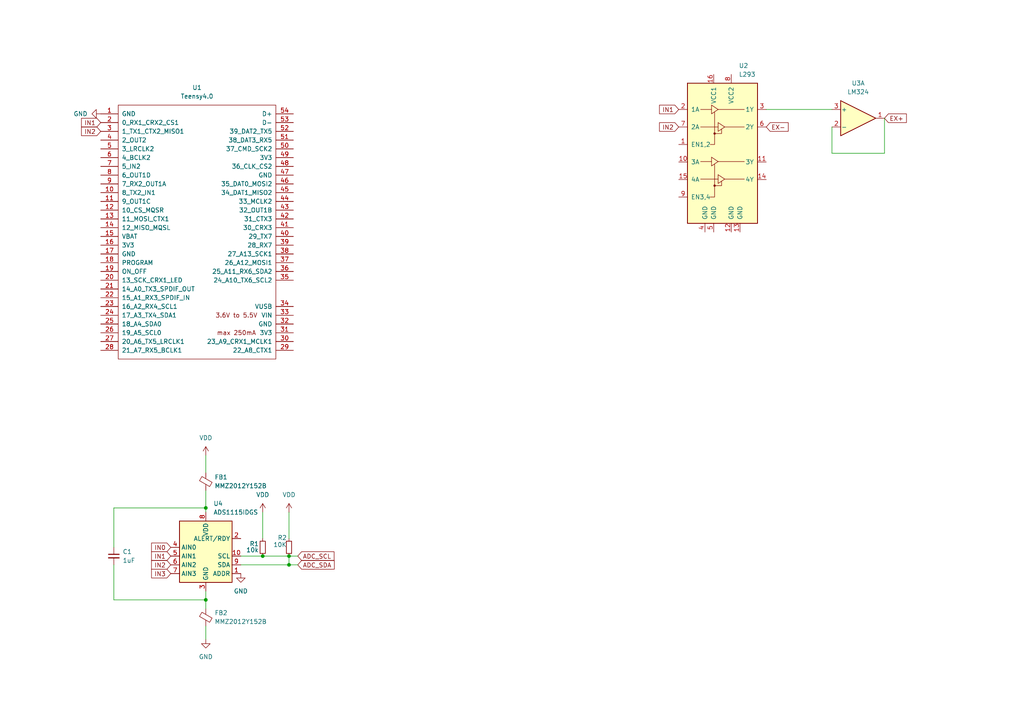
<source format=kicad_sch>
(kicad_sch (version 20231120) (generator "eeschema") (generator_version "8.0")
  (paper "A4")
  (lib_symbols
    (symbol "Amplifier_Operational:LM324" (pin_names (offset 0.127))
      (property "Reference" "U" (at 0 5.08 0))
      (property "Value" "LM324" (at 0 -5.08 0))
      (symbol "LM324_1_1"
        (polyline (pts (xy -5.08 5.08) (xy 5.08 0) (xy -5.08 -5.08) (xy -5.08 5.08)) (stroke (width 0.254)) (fill (type background)))
        (pin output line (at 7.62 0 180) (length 2.54) (name "~") (number "1"))
        (pin input line (at -7.62 -2.54 0) (length 2.54) (name "-") (number "2"))
        (pin input line (at -7.62 2.54 0) (length 2.54) (name "+") (number "3"))
      )
      (symbol "LM324_2_1"
        (polyline (pts (xy -5.08 5.08) (xy 5.08 0) (xy -5.08 -5.08) (xy -5.08 5.08)) (stroke (width 0.254)) (fill (type background)))
        (pin input line (at -7.62 2.54 0) (length 2.54) (name "+") (number "5"))
        (pin input line (at -7.62 -2.54 0) (length 2.54) (name "-") (number "6"))
        (pin output line (at 7.62 0 180) (length 2.54) (name "~") (number "7"))
      )
      (symbol "LM324_3_1"
        (polyline (pts (xy -5.08 5.08) (xy 5.08 0) (xy -5.08 -5.08) (xy -5.08 5.08)) (stroke (width 0.254)) (fill (type background)))
        (pin input line (at -7.62 2.54 0) (length 2.54) (name "+") (number "10"))
        (pin output line (at 7.62 0 180) (length 2.54) (name "~") (number "8"))
        (pin input line (at -7.62 -2.54 0) (length 2.54) (name "-") (number "9"))
      )
      (symbol "LM324_4_1"
        (polyline (pts (xy -5.08 5.08) (xy 5.08 0) (xy -5.08 -5.08) (xy -5.08 5.08)) (stroke (width 0.254)) (fill (type background)))
        (pin input line (at -7.62 2.54 0) (length 2.54) (name "+") (number "12"))
        (pin input line (at -7.62 -2.54 0) (length 2.54) (name "-") (number "13"))
        (pin output line (at 7.62 0 180) (length 2.54) (name "~") (number "14"))
      )
      (symbol "LM324_5_1"
        (pin power_in line (at -2.54 -7.62 90) (length 3.81) (name "V-") (number "11"))
        (pin power_in line (at -2.54 7.62 270) (length 3.81) (name "V+") (number "4"))
      )
    )
    (symbol "Analog_ADC:ADS1115IDGS"
      (property "Reference" "U" (at 2.54 13.97 0))
      (property "Value" "ADS1115IDGS" (at 7.62 11.43 0))
      (symbol "ADS1115IDGS_0_1"
        (rectangle (start -7.62 10.16) (end 7.62 -7.62) (stroke (width 0.254)) (fill (type background)))
      )
      (symbol "ADS1115IDGS_1_1"
        (pin input line (at 10.16 -5.08 180) (length 2.54) (name "ADDR") (number "1"))
        (pin input line (at 10.16 0 180) (length 2.54) (name "SCL") (number "10"))
        (pin output line (at 10.16 5.08 180) (length 2.54) (name "ALERT/RDY") (number "2"))
        (pin power_in line (at 0 -10.16 90) (length 2.54) (name "GND") (number "3"))
        (pin input line (at -10.16 2.54 0) (length 2.54) (name "AIN0") (number "4"))
        (pin input line (at -10.16 0 0) (length 2.54) (name "AIN1") (number "5"))
        (pin input line (at -10.16 -2.54 0) (length 2.54) (name "AIN2") (number "6"))
        (pin input line (at -10.16 -5.08 0) (length 2.54) (name "AIN3") (number "7"))
        (pin power_in line (at 0 12.7 270) (length 2.54) (name "VDD") (number "8"))
        (pin bidirectional line (at 10.16 -2.54 180) (length 2.54) (name "SDA") (number "9"))
      )
    )
    (symbol "Device:C_Small" (pin_numbers hide) (pin_names (offset 0.254) hide)
      (property "Reference" "C" (at 0.254 1.778 0))
      (property "Value" "C_Small" (at 0.254 -2.032 0))
      (symbol "C_Small_0_1"
        (polyline (pts (xy -1.524 -0.508) (xy 1.524 -0.508)) (stroke (width 0.3302)))
        (polyline (pts (xy -1.524 0.508) (xy 1.524 0.508)) (stroke (width 0.3048)))
      )
      (symbol "C_Small_1_1"
        (pin passive line (at 0 2.54 270) (length 2.032) (name "~") (number "1"))
        (pin passive line (at 0 -2.54 90) (length 2.032) (name "~") (number "2"))
      )
    )
    (symbol "Device:FerriteBead_Small" (pin_numbers hide) (pin_names (offset 0))
      (property "Reference" "FB" (at 1.905 1.27 0))
      (property "Value" "FerriteBead_Small" (at 1.905 -1.27 0))
      (symbol "FerriteBead_Small_0_1"
        (polyline (pts (xy 0 -1.27) (xy 0 -0.7874)))
        (polyline (pts (xy 0 0.889) (xy 0 1.2954)))
        (polyline (pts (xy -1.8288 0.2794) (xy -1.1176 1.4986) (xy 1.8288 -0.2032) (xy 1.1176 -1.4224) (xy -1.8288 0.2794)))
      )
      (symbol "FerriteBead_Small_1_1"
        (pin passive line (at 0 2.54 270) (length 1.27) (name "~") (number "1"))
        (pin passive line (at 0 -2.54 90) (length 1.27) (name "~") (number "2"))
      )
    )
    (symbol "Device:R_Small" (pin_numbers hide) (pin_names (offset 0.254) hide)
      (property "Reference" "R" (at 0.762 0.508 0))
      (property "Value" "R_Small" (at 0.762 -1.016 0))
      (symbol "R_Small_0_1"
        (rectangle (start -0.762 1.778) (end 0.762 -1.778) (stroke (width 0.2032)))
      )
      (symbol "R_Small_1_1"
        (pin passive line (at 0 2.54 270) (length 0.762) (name "~") (number "1"))
        (pin passive line (at 0 -2.54 90) (length 0.762) (name "~") (number "2"))
      )
    )
    (symbol "Driver_Motor:L293" (pin_names (offset 1.016))
      (property "Reference" "U" (at -5.08 26.035 0))
      (property "Value" "L293" (at -5.08 24.13 0))
      (symbol "L293_0_1"
        (rectangle (start -10.16 22.86) (end 10.16 -17.78) (stroke (width 0.254)) (fill (type background)))
        (circle (center -2.286 -6.858) (radius 0.254) (fill (type outline)))
        (circle (center -2.286 8.255) (radius 0.254) (fill (type outline)))
        (polyline (pts (xy -6.35 -4.953) (xy -1.27 -4.953)))
        (polyline (pts (xy -6.35 0.127) (xy -3.175 0.127)))
        (polyline (pts (xy -6.35 10.16) (xy -1.27 10.16)))
        (polyline (pts (xy -6.35 15.24) (xy -3.175 15.24)))
        (polyline (pts (xy -1.27 0.127) (xy 6.35 0.127)))
        (polyline (pts (xy -1.27 15.24) (xy 6.35 15.24)))
        (polyline (pts (xy 0.635 -4.953) (xy 6.35 -4.953)))
        (polyline (pts (xy 0.635 10.16) (xy 6.35 10.16)))
        (polyline (pts (xy -2.286 -6.858) (xy -0.254 -6.858) (xy -0.254 -5.588)))
        (polyline (pts (xy -2.286 -0.635) (xy -2.286 -10.16) (xy -3.556 -10.16)))
        (polyline (pts (xy -2.286 8.255) (xy -0.254 8.255) (xy -0.254 9.525)))
        (polyline (pts (xy -2.286 14.478) (xy -2.286 5.08) (xy -3.556 5.08)))
        (polyline (pts (xy -3.175 1.397) (xy -3.175 -1.143) (xy -1.27 0.127) (xy -3.175 1.397)))
        (polyline (pts (xy -3.175 16.51) (xy -3.175 13.97) (xy -1.27 15.24) (xy -3.175 16.51)))
        (polyline (pts (xy -1.27 -3.683) (xy -1.27 -6.223) (xy 0.635 -4.953) (xy -1.27 -3.683)))
        (polyline (pts (xy -1.27 11.43) (xy -1.27 8.89) (xy 0.635 10.16) (xy -1.27 11.43)))
      )
      (symbol "L293_1_1"
        (pin input line (at -12.7 5.08 0) (length 2.54) (name "EN1,2") (number "1"))
        (pin input line (at -12.7 0 0) (length 2.54) (name "3A") (number "10"))
        (pin output line (at 12.7 0 180) (length 2.54) (name "3Y") (number "11"))
        (pin power_in line (at 2.54 -20.32 90) (length 2.54) (name "GND") (number "12"))
        (pin power_in line (at 5.08 -20.32 90) (length 2.54) (name "GND") (number "13"))
        (pin output line (at 12.7 -5.08 180) (length 2.54) (name "4Y") (number "14"))
        (pin input line (at -12.7 -5.08 0) (length 2.54) (name "4A") (number "15"))
        (pin power_in line (at -2.54 25.4 270) (length 2.54) (name "VCC1") (number "16"))
        (pin input line (at -12.7 15.24 0) (length 2.54) (name "1A") (number "2"))
        (pin output line (at 12.7 15.24 180) (length 2.54) (name "1Y") (number "3"))
        (pin power_in line (at -5.08 -20.32 90) (length 2.54) (name "GND") (number "4"))
        (pin power_in line (at -2.54 -20.32 90) (length 2.54) (name "GND") (number "5"))
        (pin output line (at 12.7 10.16 180) (length 2.54) (name "2Y") (number "6"))
        (pin input line (at -12.7 10.16 0) (length 2.54) (name "2A") (number "7"))
        (pin power_in line (at 2.54 25.4 270) (length 2.54) (name "VCC2") (number "8"))
        (pin input line (at -12.7 -10.16 0) (length 2.54) (name "EN3,4") (number "9"))
      )
    )
    (symbol "power:GND" (power) (pin_names (offset 0))
      (property "Value" "GND" (at 0 -3.81 0))
      (symbol "GND_0_1"
        (polyline (pts (xy 0 0) (xy 0 -1.27) (xy 1.27 -1.27) (xy 0 -2.54) (xy -1.27 -1.27) (xy 0 -1.27)))
      )
      (symbol "GND_1_1"
        (pin power_in line (at 0 0 270) (length 0) hide (name "GND") (number "1"))
      )
    )
    (symbol "power:VDD" (power) (pin_names (offset 0))
      (property "Value" "VDD" (at 0 3.81 0))
      (symbol "VDD_0_1"
        (polyline (pts (xy -0.762 1.27) (xy 0 2.54)))
        (polyline (pts (xy 0 0) (xy 0 2.54)))
        (polyline (pts (xy 0 2.54) (xy 0.762 1.27)))
      )
      (symbol "VDD_1_1"
        (pin power_in line (at 0 0 90) (length 0) hide (name "VDD") (number "1"))
      )
    )
    (symbol "teensy:Teensy4.0" (pin_names (offset 1.016))
      (property "Reference" "U" (at 0 39.37 0))
      (property "Value" "Teensy4.0" (at 0 -39.37 0))
      (symbol "Teensy4.0_0_0"
        (text "3.6V to 5.5V" (at 11.43 -24.13 0) (effects (font (size 1.27 1.27))))
        (text "max 250mA" (at 11.43 -29.21 0) (effects (font (size 1.27 1.27))))
        (pin bidirectional line (at -27.94 11.43 0) (length 5.08) (name "8_TX2_IN1") (number "10"))
        (pin bidirectional line (at -27.94 8.89 0) (length 5.08) (name "9_OUT1C") (number "11"))
        (pin bidirectional line (at -27.94 6.35 0) (length 5.08) (name "10_CS_MQSR") (number "12"))
        (pin bidirectional line (at -27.94 3.81 0) (length 5.08) (name "11_MOSI_CTX1") (number "13"))
        (pin bidirectional line (at -27.94 1.27 0) (length 5.08) (name "12_MISO_MQSL") (number "14"))
        (pin power_in line (at -27.94 -1.27 0) (length 5.08) (name "VBAT") (number "15"))
        (pin power_in line (at -27.94 -3.81 0) (length 5.08) (name "3V3") (number "16"))
        (pin power_in line (at -27.94 -6.35 0) (length 5.08) (name "GND") (number "17"))
        (pin input line (at -27.94 -8.89 0) (length 5.08) (name "PROGRAM") (number "18"))
        (pin input line (at -27.94 -11.43 0) (length 5.08) (name "ON_OFF") (number "19"))
        (pin bidirectional line (at -27.94 -13.97 0) (length 5.08) (name "13_SCK_CRX1_LED") (number "20"))
        (pin bidirectional line (at -27.94 -16.51 0) (length 5.08) (name "14_A0_TX3_SPDIF_OUT") (number "21"))
        (pin bidirectional line (at -27.94 -19.05 0) (length 5.08) (name "15_A1_RX3_SPDIF_IN") (number "22"))
        (pin bidirectional line (at -27.94 -21.59 0) (length 5.08) (name "16_A2_RX4_SCL1") (number "23"))
        (pin bidirectional line (at -27.94 -24.13 0) (length 5.08) (name "17_A3_TX4_SDA1") (number "24"))
        (pin bidirectional line (at -27.94 -26.67 0) (length 5.08) (name "18_A4_SDA0") (number "25"))
        (pin bidirectional line (at -27.94 -29.21 0) (length 5.08) (name "19_A5_SCL0") (number "26"))
        (pin bidirectional line (at -27.94 -31.75 0) (length 5.08) (name "20_A6_TX5_LRCLK1") (number "27"))
        (pin bidirectional line (at -27.94 -34.29 0) (length 5.08) (name "21_A7_RX5_BCLK1") (number "28"))
        (pin bidirectional line (at 27.94 -34.29 180) (length 5.08) (name "22_A8_CTX1") (number "29"))
        (pin bidirectional line (at 27.94 -31.75 180) (length 5.08) (name "23_A9_CRX1_MCLK1") (number "30"))
        (pin power_out line (at 27.94 -29.21 180) (length 5.08) (name "3V3") (number "31"))
        (pin power_in line (at 27.94 -26.67 180) (length 5.08) (name "GND") (number "32"))
        (pin power_in line (at 27.94 -24.13 180) (length 5.08) (name "VIN") (number "33"))
        (pin power_out line (at 27.94 -21.59 180) (length 5.08) (name "VUSB") (number "34"))
        (pin bidirectional line (at 27.94 -13.97 180) (length 5.08) (name "24_A10_TX6_SCL2") (number "35"))
        (pin bidirectional line (at 27.94 -11.43 180) (length 5.08) (name "25_A11_RX6_SDA2") (number "36"))
        (pin bidirectional line (at 27.94 -8.89 180) (length 5.08) (name "26_A12_MOSI1") (number "37"))
        (pin bidirectional line (at 27.94 -6.35 180) (length 5.08) (name "27_A13_SCK1") (number "38"))
        (pin bidirectional line (at 27.94 -3.81 180) (length 5.08) (name "28_RX7") (number "39"))
        (pin bidirectional line (at 27.94 -1.27 180) (length 5.08) (name "29_TX7") (number "40"))
        (pin bidirectional line (at 27.94 1.27 180) (length 5.08) (name "30_CRX3") (number "41"))
        (pin bidirectional line (at 27.94 3.81 180) (length 5.08) (name "31_CTX3") (number "42"))
        (pin bidirectional line (at 27.94 6.35 180) (length 5.08) (name "32_OUT1B") (number "43"))
        (pin bidirectional line (at 27.94 8.89 180) (length 5.08) (name "33_MCLK2") (number "44"))
        (pin bidirectional line (at 27.94 11.43 180) (length 5.08) (name "34_DAT1_MISO2") (number "45"))
        (pin bidirectional line (at 27.94 13.97 180) (length 5.08) (name "35_DAT0_MOSI2") (number "46"))
        (pin power_out line (at 27.94 16.51 180) (length 5.08) (name "GND") (number "47"))
        (pin bidirectional line (at 27.94 19.05 180) (length 5.08) (name "36_CLK_CS2") (number "48"))
        (pin power_out line (at 27.94 21.59 180) (length 5.08) (name "3V3") (number "49"))
        (pin bidirectional line (at -27.94 24.13 0) (length 5.08) (name "3_LRCLK2") (number "5"))
        (pin bidirectional line (at 27.94 24.13 180) (length 5.08) (name "37_CMD_SCK2") (number "50"))
        (pin bidirectional line (at 27.94 26.67 180) (length 5.08) (name "38_DAT3_RX5") (number "51"))
        (pin bidirectional line (at 27.94 29.21 180) (length 5.08) (name "39_DAT2_TX5") (number "52"))
        (pin bidirectional line (at 27.94 31.75 180) (length 5.08) (name "D-") (number "53"))
        (pin bidirectional line (at 27.94 34.29 180) (length 5.08) (name "D+") (number "54"))
        (pin bidirectional line (at -27.94 21.59 0) (length 5.08) (name "4_BCLK2") (number "6"))
        (pin bidirectional line (at -27.94 19.05 0) (length 5.08) (name "5_IN2") (number "7"))
        (pin bidirectional line (at -27.94 16.51 0) (length 5.08) (name "6_OUT1D") (number "8"))
        (pin bidirectional line (at -27.94 13.97 0) (length 5.08) (name "7_RX2_OUT1A") (number "9"))
      )
      (symbol "Teensy4.0_0_1"
        (rectangle (start -22.86 36.83) (end 22.86 -36.83))
        (rectangle (start -20.32 -31.75) (end -20.32 -31.75))
      )
      (symbol "Teensy4.0_1_1"
        (pin power_in line (at -27.94 34.29 0) (length 5.08) (name "GND") (number "1"))
        (pin bidirectional line (at -27.94 31.75 0) (length 5.08) (name "0_RX1_CRX2_CS1") (number "2"))
        (pin bidirectional line (at -27.94 29.21 0) (length 5.08) (name "1_TX1_CTX2_MISO1") (number "3"))
        (pin bidirectional line (at -27.94 26.67 0) (length 5.08) (name "2_OUT2") (number "4"))
      )
    )
  )
  (junction (at 83.82 161.29))
  (junction (at 83.82 163.83))
  (junction (at 76.2 161.29))
  (junction (at 59.69 147.32))
  (junction (at 59.69 173.99))
  (wire (pts (xy 33.02 158.75) (xy 33.02 147.32)))
  (wire (pts (xy 59.69 173.99) (xy 59.69 176.53)))
  (wire (pts (xy 76.2 148.59) (xy 76.2 156.21)))
  (wire (pts (xy 76.2 161.29) (xy 69.85 161.29)))
  (wire (pts (xy 86.36 163.83) (xy 83.82 163.83)))
  (wire (pts (xy 59.69 171.45) (xy 59.69 173.99)))
  (wire (pts (xy 59.69 132.08) (xy 59.69 137.16)))
  (wire (pts (xy 76.2 161.29) (xy 83.82 161.29)))
  (wire (pts (xy 59.69 142.24) (xy 59.69 147.32)))
  (wire (pts (xy 33.02 163.83) (xy 33.02 173.99)))
  (wire (pts (xy 83.82 148.59) (xy 83.82 156.21)))
  (wire (pts (xy 256.54 44.45) (xy 241.3 44.45)))
  (wire (pts (xy 59.69 147.32) (xy 59.69 148.59)))
  (wire (pts (xy 33.02 147.32) (xy 59.69 147.32)))
  (wire (pts (xy 256.54 34.29) (xy 256.54 44.45)))
  (wire (pts (xy 222.25 31.75) (xy 241.3 31.75)))
  (wire (pts (xy 59.69 181.61) (xy 59.69 185.42)))
  (wire (pts (xy 241.3 36.83) (xy 241.3 44.45)))
  (wire (pts (xy 33.02 173.99) (xy 59.69 173.99)))
  (wire (pts (xy 83.82 163.83) (xy 69.85 163.83)))
  (wire (pts (xy 83.82 161.29) (xy 83.82 163.83)))
  (wire (pts (xy 83.82 161.29) (xy 86.36 161.29)))
  (global_label "EX-" (shape input) (at 222.25 36.83 0) (property "Intersheetrefs" "${INTERSHEET_REFS}" (effects (hide yes))))
  (global_label "IN1" (shape input) (at 49.53 161.29 180) (property "Intersheetrefs" "${INTERSHEET_REFS}" (effects (hide yes))))
  (global_label "ADC_SCL" (shape input) (at 86.36 161.29 0) (property "Intersheetrefs" "${INTERSHEET_REFS}" (effects (hide yes))))
  (global_label "IN1" (shape input) (at 29.21 35.56 180) (property "Intersheetrefs" "${INTERSHEET_REFS}" (effects (hide yes))))
  (global_label "IN1" (shape input) (at 196.85 31.75 180) (property "Intersheetrefs" "${INTERSHEET_REFS}" (effects (hide yes))))
  (global_label "ADC_SDA" (shape input) (at 86.36 163.83 0) (property "Intersheetrefs" "${INTERSHEET_REFS}" (effects (hide yes))))
  (global_label "EX+" (shape input) (at 256.54 34.29 0) (property "Intersheetrefs" "${INTERSHEET_REFS}" (effects (hide yes))))
  (global_label "IN3" (shape input) (at 49.53 166.37 180) (property "Intersheetrefs" "${INTERSHEET_REFS}" (effects (hide yes))))
  (global_label "IN2" (shape input) (at 29.21 38.1 180) (property "Intersheetrefs" "${INTERSHEET_REFS}" (effects (hide yes))))
  (global_label "IN2" (shape input) (at 196.85 36.83 180) (property "Intersheetrefs" "${INTERSHEET_REFS}" (effects (hide yes))))
  (global_label "IN0" (shape input) (at 49.53 158.75 180) (property "Intersheetrefs" "${INTERSHEET_REFS}" (effects (hide yes))))
  (global_label "IN2" (shape input) (at 49.53 163.83 180) (property "Intersheetrefs" "${INTERSHEET_REFS}" (effects (hide yes))))
  (symbol (lib_id "Device:R_Small") (at 76.2 158.75 0) (unit 1)
    (property "Reference" "R1" (at 72.39 157.734 0) (effects (justify left)))
    (property "Value" "10k" (at 71.374 159.512 0) (effects (justify left)))
    (property "Description" "Resistor, small symbol" (effects (hide yes)))
  )
  (symbol (lib_id "Device:FerriteBead_Small") (at 59.69 179.07 0) (unit 1)
    (property "Reference" "FB2" (at 62.23 177.7618 0) (effects (justify left)))
    (property "Value" "MMZ2012Y152B" (at 62.23 180.3018 0) (effects (justify left)))
    (property "Description" "Ferrite bead, small symbol" (effects (hide yes)))
  )
  (symbol (lib_id "power:GND") (at 59.69 185.42 0) (unit 1)
    (property "Reference" "#PWR02" (effects (hide yes)))
    (property "Value" "GND" (at 59.69 190.5 0))
    (property "Description" "Power symbol creates a global label with name \"GND\" , ground" (effects (hide yes)))
  )
  (symbol (lib_id "power:GND") (at 29.21 33.02 270) (mirror x) (unit 1)
    (property "Reference" "#PWR06" (effects (hide yes)))
    (property "Value" "GND" (at 25.4 33.0199 90) (effects (justify right)))
    (property "Description" "Power symbol creates a global label with name \"GND\" , ground" (effects (hide yes)))
  )
  (symbol (lib_id "teensy:Teensy4.0") (at 57.15 67.31 0) (unit 1)
    (property "Reference" "U1" (at 57.15 25.4 0))
    (property "Value" "Teensy4.0" (at 57.15 27.94 0))
  )
  (symbol (lib_id "power:GND") (at 69.85 166.37 0) (unit 1)
    (property "Reference" "#PWR01" (effects (hide yes)))
    (property "Value" "GND" (at 69.85 171.45 0))
    (property "Description" "Power symbol creates a global label with name \"GND\" , ground" (effects (hide yes)))
  )
  (symbol (lib_id "Amplifier_Operational:LM324") (at 248.92 34.29 0) (unit 1)
    (property "Reference" "U3" (at 248.92 24.13 0))
    (property "Value" "LM324" (at 248.92 26.67 0))
    (property "Datasheet" "http://www.ti.com/lit/ds/symlink/lm2902-n.pdf" (effects (hide yes)))
    (property "Description" "Low-Power, Quad-Operational Amplifiers, DIP-14/SOIC-14/SSOP-14" (effects (hide yes)))
  )
  (symbol (lib_id "Device:FerriteBead_Small") (at 59.69 139.7 0) (unit 1)
    (property "Reference" "FB1" (at 62.23 138.3918 0) (effects (justify left)))
    (property "Value" "MMZ2012Y152B" (at 62.23 140.9318 0) (effects (justify left)))
    (property "Description" "Ferrite bead, small symbol" (effects (hide yes)))
  )
  (symbol (lib_id "power:VDD") (at 83.82 148.59 0) (unit 1)
    (property "Reference" "#PWR04" (effects (hide yes)))
    (property "Value" "VDD" (at 83.82 143.51 0))
    (property "Description" "Power symbol creates a global label with name \"VDD\"" (effects (hide yes)))
  )
  (symbol (lib_id "power:VDD") (at 59.69 132.08 0) (unit 1)
    (property "Reference" "#PWR03" (effects (hide yes)))
    (property "Value" "VDD" (at 59.69 127 0))
    (property "Description" "Power symbol creates a global label with name \"VDD\"" (effects (hide yes)))
  )
  (symbol (lib_id "Device:C_Small") (at 33.02 161.29 0) (unit 1)
    (property "Reference" "C1" (at 35.56 160.0262 0) (effects (justify left)))
    (property "Value" "1uF" (at 35.56 162.5662 0) (effects (justify left)))
    (property "Description" "Unpolarized capacitor, small symbol" (effects (hide yes)))
  )
  (symbol (lib_id "power:VDD") (at 76.2 148.59 0) (unit 1)
    (property "Reference" "#PWR05" (effects (hide yes)))
    (property "Value" "VDD" (at 76.2 143.51 0))
    (property "Description" "Power symbol creates a global label with name \"VDD\"" (effects (hide yes)))
  )
  (symbol (lib_id "Device:R_Small") (at 83.82 158.75 0) (unit 1)
    (property "Reference" "R2" (at 80.518 155.956 0) (effects (justify left)))
    (property "Value" "10K" (at 79.248 157.988 0) (effects (justify left)))
    (property "Description" "Resistor, small symbol" (effects (hide yes)))
  )
  (symbol (lib_id "Driver_Motor:L293") (at 209.55 46.99 0) (unit 1)
    (property "Reference" "U2" (at 214.2841 19.05 0) (effects (justify left)))
    (property "Value" "L293" (at 214.2841 21.59 0) (effects (justify left)))
    (property "Footprint" "Package_DIP:DIP-16_W7.62mm" (effects (hide yes)))
    (property "Datasheet" "http://www.ti.com/lit/ds/symlink/l293.pdf" (effects (hide yes)))
    (property "Description" "Quadruple Half-H Drivers" (effects (hide yes)))
  )
  (symbol (lib_id "Analog_ADC:ADS1115IDGS") (at 59.69 161.29 0) (unit 1)
    (property "Reference" "U4" (at 61.8841 146.05 0) (effects (justify left)))
    (property "Value" "ADS1115IDGS" (at 61.8841 148.59 0) (effects (justify left)))
    (property "Footprint" "Package_SO:TSSOP-10_3x3mm_P0.5mm" (effects (hide yes)))
    (property "Datasheet" "http://www.ti.com/lit/ds/symlink/ads1113.pdf" (effects (hide yes)))
    (property "Description" "Ultra-Small, Low-Power, I2C-Compatible, 860-SPS, 16-Bit ADCs With Internal Reference, Oscillator, and Programmable Comparator, VSSOP-10" (effects (hide yes)))
  )
)
</source>
